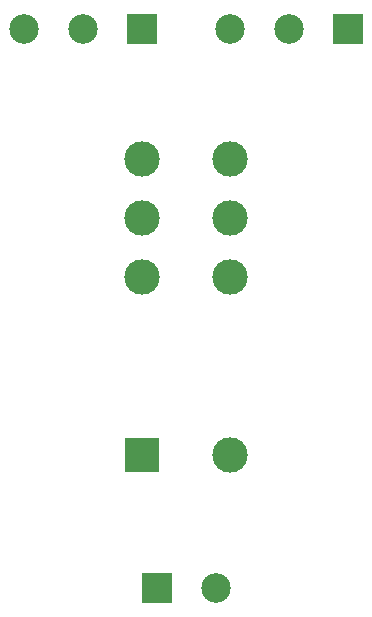
<source format=gts>
%TF.GenerationSoftware,KiCad,Pcbnew,5.1.9*%
%TF.CreationDate,2021-02-07T17:47:43+01:00*%
%TF.ProjectId,relay_terminal,72656c61-795f-4746-9572-6d696e616c2e,rev?*%
%TF.SameCoordinates,Original*%
%TF.FileFunction,Soldermask,Top*%
%TF.FilePolarity,Negative*%
%FSLAX46Y46*%
G04 Gerber Fmt 4.6, Leading zero omitted, Abs format (unit mm)*
G04 Created by KiCad (PCBNEW 5.1.9) date 2021-02-07 17:47:43*
%MOMM*%
%LPD*%
G01*
G04 APERTURE LIST*
%ADD10C,3.000000*%
%ADD11R,3.000000X3.000000*%
%ADD12C,2.500000*%
%ADD13R,2.500000X2.500000*%
G04 APERTURE END LIST*
D10*
%TO.C,K1*%
X141000000Y-49000000D03*
X148500000Y-54000000D03*
X141000000Y-59000000D03*
X148500000Y-59000000D03*
X148500000Y-49000000D03*
X141000000Y-54000000D03*
X148500000Y-74000000D03*
D11*
X141000000Y-74000000D03*
%TD*%
D12*
%TO.C,J3*%
X148500000Y-38000000D03*
X153500000Y-38000000D03*
D13*
X158500000Y-38000000D03*
%TD*%
D12*
%TO.C,J2*%
X131000000Y-38000000D03*
X136000000Y-38000000D03*
D13*
X141000000Y-38000000D03*
%TD*%
D12*
%TO.C,J1*%
X147250000Y-85250000D03*
D13*
X142250000Y-85250000D03*
%TD*%
M02*

</source>
